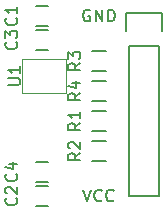
<source format=gto>
G04 #@! TF.FileFunction,Legend,Top*
%FSLAX46Y46*%
G04 Gerber Fmt 4.6, Leading zero omitted, Abs format (unit mm)*
G04 Created by KiCad (PCBNEW 4.0.4-stable) date 10/18/16 01:23:18*
%MOMM*%
%LPD*%
G01*
G04 APERTURE LIST*
%ADD10C,0.100000*%
%ADD11C,0.200000*%
%ADD12C,0.150000*%
G04 APERTURE END LIST*
D10*
D11*
X135636096Y-91956000D02*
X135540858Y-91908381D01*
X135398001Y-91908381D01*
X135255143Y-91956000D01*
X135159905Y-92051238D01*
X135112286Y-92146476D01*
X135064667Y-92336952D01*
X135064667Y-92479810D01*
X135112286Y-92670286D01*
X135159905Y-92765524D01*
X135255143Y-92860762D01*
X135398001Y-92908381D01*
X135493239Y-92908381D01*
X135636096Y-92860762D01*
X135683715Y-92813143D01*
X135683715Y-92479810D01*
X135493239Y-92479810D01*
X136112286Y-92908381D02*
X136112286Y-91908381D01*
X136683715Y-92908381D01*
X136683715Y-91908381D01*
X137159905Y-92908381D02*
X137159905Y-91908381D01*
X137398000Y-91908381D01*
X137540858Y-91956000D01*
X137636096Y-92051238D01*
X137683715Y-92146476D01*
X137731334Y-92336952D01*
X137731334Y-92479810D01*
X137683715Y-92670286D01*
X137636096Y-92765524D01*
X137540858Y-92860762D01*
X137398000Y-92908381D01*
X137159905Y-92908381D01*
X135064667Y-107148381D02*
X135398000Y-108148381D01*
X135731334Y-107148381D01*
X136636096Y-108053143D02*
X136588477Y-108100762D01*
X136445620Y-108148381D01*
X136350382Y-108148381D01*
X136207524Y-108100762D01*
X136112286Y-108005524D01*
X136064667Y-107910286D01*
X136017048Y-107719810D01*
X136017048Y-107576952D01*
X136064667Y-107386476D01*
X136112286Y-107291238D01*
X136207524Y-107196000D01*
X136350382Y-107148381D01*
X136445620Y-107148381D01*
X136588477Y-107196000D01*
X136636096Y-107243619D01*
X137636096Y-108053143D02*
X137588477Y-108100762D01*
X137445620Y-108148381D01*
X137350382Y-108148381D01*
X137207524Y-108100762D01*
X137112286Y-108005524D01*
X137064667Y-107910286D01*
X137017048Y-107719810D01*
X137017048Y-107576952D01*
X137064667Y-107386476D01*
X137112286Y-107291238D01*
X137207524Y-107196000D01*
X137350382Y-107148381D01*
X137445620Y-107148381D01*
X137588477Y-107196000D01*
X137636096Y-107243619D01*
D12*
X132072000Y-91606000D02*
X131072000Y-91606000D01*
X131072000Y-93306000D02*
X132072000Y-93306000D01*
X132072000Y-106846000D02*
X131072000Y-106846000D01*
X131072000Y-108546000D02*
X132072000Y-108546000D01*
X132072000Y-93638000D02*
X131072000Y-93638000D01*
X131072000Y-95338000D02*
X132072000Y-95338000D01*
X132072000Y-104814000D02*
X131072000Y-104814000D01*
X131072000Y-106514000D02*
X132072000Y-106514000D01*
X141478000Y-94996000D02*
X141478000Y-107696000D01*
X141478000Y-107696000D02*
X138938000Y-107696000D01*
X138938000Y-107696000D02*
X138938000Y-94996000D01*
X141758000Y-92176000D02*
X141758000Y-93726000D01*
X141478000Y-94996000D02*
X138938000Y-94996000D01*
X138658000Y-93726000D02*
X138658000Y-92176000D01*
X138658000Y-92176000D02*
X141758000Y-92176000D01*
X135798000Y-100471000D02*
X136998000Y-100471000D01*
X136998000Y-102221000D02*
X135798000Y-102221000D01*
X135798000Y-103011000D02*
X136998000Y-103011000D01*
X136998000Y-104761000D02*
X135798000Y-104761000D01*
X135798000Y-95391000D02*
X136998000Y-95391000D01*
X136998000Y-97141000D02*
X135798000Y-97141000D01*
X135798000Y-97931000D02*
X136998000Y-97931000D01*
X136998000Y-99681000D02*
X135798000Y-99681000D01*
D10*
X133588000Y-98936000D02*
X133588000Y-96136000D01*
X133588000Y-96136000D02*
X129888000Y-96136000D01*
X129888000Y-96136000D02*
X129888000Y-98936000D01*
X129888000Y-98936000D02*
X133588000Y-98936000D01*
D12*
X129389143Y-92622666D02*
X129436762Y-92670285D01*
X129484381Y-92813142D01*
X129484381Y-92908380D01*
X129436762Y-93051238D01*
X129341524Y-93146476D01*
X129246286Y-93194095D01*
X129055810Y-93241714D01*
X128912952Y-93241714D01*
X128722476Y-93194095D01*
X128627238Y-93146476D01*
X128532000Y-93051238D01*
X128484381Y-92908380D01*
X128484381Y-92813142D01*
X128532000Y-92670285D01*
X128579619Y-92622666D01*
X129484381Y-91670285D02*
X129484381Y-92241714D01*
X129484381Y-91956000D02*
X128484381Y-91956000D01*
X128627238Y-92051238D01*
X128722476Y-92146476D01*
X128770095Y-92241714D01*
X129389143Y-107862666D02*
X129436762Y-107910285D01*
X129484381Y-108053142D01*
X129484381Y-108148380D01*
X129436762Y-108291238D01*
X129341524Y-108386476D01*
X129246286Y-108434095D01*
X129055810Y-108481714D01*
X128912952Y-108481714D01*
X128722476Y-108434095D01*
X128627238Y-108386476D01*
X128532000Y-108291238D01*
X128484381Y-108148380D01*
X128484381Y-108053142D01*
X128532000Y-107910285D01*
X128579619Y-107862666D01*
X128579619Y-107481714D02*
X128532000Y-107434095D01*
X128484381Y-107338857D01*
X128484381Y-107100761D01*
X128532000Y-107005523D01*
X128579619Y-106957904D01*
X128674857Y-106910285D01*
X128770095Y-106910285D01*
X128912952Y-106957904D01*
X129484381Y-107529333D01*
X129484381Y-106910285D01*
X129389143Y-94654666D02*
X129436762Y-94702285D01*
X129484381Y-94845142D01*
X129484381Y-94940380D01*
X129436762Y-95083238D01*
X129341524Y-95178476D01*
X129246286Y-95226095D01*
X129055810Y-95273714D01*
X128912952Y-95273714D01*
X128722476Y-95226095D01*
X128627238Y-95178476D01*
X128532000Y-95083238D01*
X128484381Y-94940380D01*
X128484381Y-94845142D01*
X128532000Y-94702285D01*
X128579619Y-94654666D01*
X128484381Y-94321333D02*
X128484381Y-93702285D01*
X128865333Y-94035619D01*
X128865333Y-93892761D01*
X128912952Y-93797523D01*
X128960571Y-93749904D01*
X129055810Y-93702285D01*
X129293905Y-93702285D01*
X129389143Y-93749904D01*
X129436762Y-93797523D01*
X129484381Y-93892761D01*
X129484381Y-94178476D01*
X129436762Y-94273714D01*
X129389143Y-94321333D01*
X129389143Y-105830666D02*
X129436762Y-105878285D01*
X129484381Y-106021142D01*
X129484381Y-106116380D01*
X129436762Y-106259238D01*
X129341524Y-106354476D01*
X129246286Y-106402095D01*
X129055810Y-106449714D01*
X128912952Y-106449714D01*
X128722476Y-106402095D01*
X128627238Y-106354476D01*
X128532000Y-106259238D01*
X128484381Y-106116380D01*
X128484381Y-106021142D01*
X128532000Y-105878285D01*
X128579619Y-105830666D01*
X128817714Y-104973523D02*
X129484381Y-104973523D01*
X128436762Y-105211619D02*
X129151048Y-105449714D01*
X129151048Y-104830666D01*
X134818381Y-101512666D02*
X134342190Y-101846000D01*
X134818381Y-102084095D02*
X133818381Y-102084095D01*
X133818381Y-101703142D01*
X133866000Y-101607904D01*
X133913619Y-101560285D01*
X134008857Y-101512666D01*
X134151714Y-101512666D01*
X134246952Y-101560285D01*
X134294571Y-101607904D01*
X134342190Y-101703142D01*
X134342190Y-102084095D01*
X134818381Y-100560285D02*
X134818381Y-101131714D01*
X134818381Y-100846000D02*
X133818381Y-100846000D01*
X133961238Y-100941238D01*
X134056476Y-101036476D01*
X134104095Y-101131714D01*
X134818381Y-104052666D02*
X134342190Y-104386000D01*
X134818381Y-104624095D02*
X133818381Y-104624095D01*
X133818381Y-104243142D01*
X133866000Y-104147904D01*
X133913619Y-104100285D01*
X134008857Y-104052666D01*
X134151714Y-104052666D01*
X134246952Y-104100285D01*
X134294571Y-104147904D01*
X134342190Y-104243142D01*
X134342190Y-104624095D01*
X133913619Y-103671714D02*
X133866000Y-103624095D01*
X133818381Y-103528857D01*
X133818381Y-103290761D01*
X133866000Y-103195523D01*
X133913619Y-103147904D01*
X134008857Y-103100285D01*
X134104095Y-103100285D01*
X134246952Y-103147904D01*
X134818381Y-103719333D01*
X134818381Y-103100285D01*
X134818381Y-96432666D02*
X134342190Y-96766000D01*
X134818381Y-97004095D02*
X133818381Y-97004095D01*
X133818381Y-96623142D01*
X133866000Y-96527904D01*
X133913619Y-96480285D01*
X134008857Y-96432666D01*
X134151714Y-96432666D01*
X134246952Y-96480285D01*
X134294571Y-96527904D01*
X134342190Y-96623142D01*
X134342190Y-97004095D01*
X133818381Y-96099333D02*
X133818381Y-95480285D01*
X134199333Y-95813619D01*
X134199333Y-95670761D01*
X134246952Y-95575523D01*
X134294571Y-95527904D01*
X134389810Y-95480285D01*
X134627905Y-95480285D01*
X134723143Y-95527904D01*
X134770762Y-95575523D01*
X134818381Y-95670761D01*
X134818381Y-95956476D01*
X134770762Y-96051714D01*
X134723143Y-96099333D01*
X134818381Y-98972666D02*
X134342190Y-99306000D01*
X134818381Y-99544095D02*
X133818381Y-99544095D01*
X133818381Y-99163142D01*
X133866000Y-99067904D01*
X133913619Y-99020285D01*
X134008857Y-98972666D01*
X134151714Y-98972666D01*
X134246952Y-99020285D01*
X134294571Y-99067904D01*
X134342190Y-99163142D01*
X134342190Y-99544095D01*
X134151714Y-98115523D02*
X134818381Y-98115523D01*
X133770762Y-98353619D02*
X134485048Y-98591714D01*
X134485048Y-97972666D01*
X128738381Y-98297905D02*
X129547905Y-98297905D01*
X129643143Y-98250286D01*
X129690762Y-98202667D01*
X129738381Y-98107429D01*
X129738381Y-97916952D01*
X129690762Y-97821714D01*
X129643143Y-97774095D01*
X129547905Y-97726476D01*
X128738381Y-97726476D01*
X129738381Y-96726476D02*
X129738381Y-97297905D01*
X129738381Y-97012191D02*
X128738381Y-97012191D01*
X128881238Y-97107429D01*
X128976476Y-97202667D01*
X129024095Y-97297905D01*
M02*

</source>
